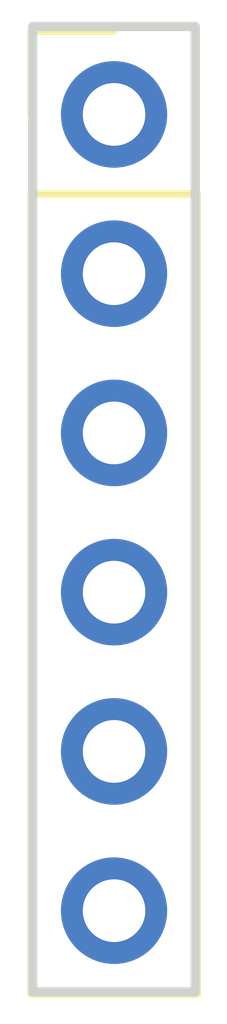
<source format=kicad_pcb>
(kicad_pcb (version 4) (host pcbnew 4.0.7)

  (general
    (links 0)
    (no_connects 0)
    (area 143.753481 101.6986 153.24872 121.1086)
    (thickness 1.6)
    (drawings 4)
    (tracks 0)
    (zones 0)
    (modules 1)
    (nets 1)
  )

  (page A4)
  (layers
    (0 F.Cu signal)
    (31 B.Cu signal)
    (32 B.Adhes user)
    (33 F.Adhes user)
    (34 B.Paste user)
    (35 F.Paste user)
    (36 B.SilkS user)
    (37 F.SilkS user)
    (38 B.Mask user)
    (39 F.Mask user)
    (40 Dwgs.User user)
    (41 Cmts.User user)
    (42 Eco1.User user)
    (43 Eco2.User user)
    (44 Edge.Cuts user)
    (45 Margin user)
    (46 B.CrtYd user)
    (47 F.CrtYd user)
    (48 B.Fab user)
    (49 F.Fab user)
  )

  (setup
    (last_trace_width 0.25)
    (trace_clearance 0.2)
    (zone_clearance 0.508)
    (zone_45_only no)
    (trace_min 0.2)
    (segment_width 0.2)
    (edge_width 0.15)
    (via_size 0.6)
    (via_drill 0.4)
    (via_min_size 0.4)
    (via_min_drill 0.3)
    (uvia_size 0.3)
    (uvia_drill 0.1)
    (uvias_allowed no)
    (uvia_min_size 0.2)
    (uvia_min_drill 0.1)
    (pcb_text_width 0.3)
    (pcb_text_size 1.5 1.5)
    (mod_edge_width 0.15)
    (mod_text_size 1 1)
    (mod_text_width 0.15)
    (pad_size 1.7 1.7)
    (pad_drill 1)
    (pad_to_mask_clearance 0.2)
    (aux_axis_origin 146.6 103.2)
    (grid_origin 146.6 103.2)
    (visible_elements 7FFFFF7F)
    (pcbplotparams
      (layerselection 0x01000_00000000)
      (usegerberextensions true)
      (usegerberattributes true)
      (excludeedgelayer true)
      (linewidth 0.100000)
      (plotframeref false)
      (viasonmask false)
      (mode 1)
      (useauxorigin true)
      (hpglpennumber 1)
      (hpglpenspeed 20)
      (hpglpendiameter 15)
      (hpglpenoverlay 2)
      (psnegative false)
      (psa4output false)
      (plotreference false)
      (plotvalue false)
      (plotinvisibletext false)
      (padsonsilk false)
      (subtractmaskfromsilk false)
      (outputformat 1)
      (mirror false)
      (drillshape 0)
      (scaleselection 1)
      (outputdirectory gerbers/))
  )

  (net 0 "")

  (net_class Default "This is the default net class."
    (clearance 0.2)
    (trace_width 0.25)
    (via_dia 0.6)
    (via_drill 0.4)
    (uvia_dia 0.3)
    (uvia_drill 0.1)
  )

  (module Pin_Headers:Pin_Header_Straight_1x06_Pitch2.54mm (layer F.Cu) (tedit 5A8643D0) (tstamp 5A864302)
    (at 148.5011 105.0036)
    (descr "Through hole straight pin header, 1x06, 2.54mm pitch, single row")
    (tags "Through hole pin header THT 1x06 2.54mm single row")
    (path /5A86415A)
    (fp_text reference J1 (at 0 -2.33) (layer F.SilkS) hide
      (effects (font (size 1 1) (thickness 0.15)))
    )
    (fp_text value Conn_01x06 (at 0 15.03) (layer F.Fab) hide
      (effects (font (size 1 1) (thickness 0.15)))
    )
    (fp_line (start -0.635 -1.27) (end 1.27 -1.27) (layer F.Fab) (width 0.1))
    (fp_line (start 1.27 -1.27) (end 1.27 13.97) (layer F.Fab) (width 0.1))
    (fp_line (start 1.27 13.97) (end -1.27 13.97) (layer F.Fab) (width 0.1))
    (fp_line (start -1.27 13.97) (end -1.27 -0.635) (layer F.Fab) (width 0.1))
    (fp_line (start -1.27 -0.635) (end -0.635 -1.27) (layer F.Fab) (width 0.1))
    (fp_line (start -1.33 14.03) (end 1.33 14.03) (layer F.SilkS) (width 0.12))
    (fp_line (start -1.33 1.27) (end -1.33 14.03) (layer F.SilkS) (width 0.12))
    (fp_line (start 1.33 1.27) (end 1.33 14.03) (layer F.SilkS) (width 0.12))
    (fp_line (start -1.33 1.27) (end 1.33 1.27) (layer F.SilkS) (width 0.12))
    (fp_line (start -1.33 0) (end -1.33 -1.33) (layer F.SilkS) (width 0.12))
    (fp_line (start -1.33 -1.33) (end 0 -1.33) (layer F.SilkS) (width 0.12))
    (fp_line (start -1.8 -1.8) (end -1.8 14.5) (layer F.CrtYd) (width 0.05))
    (fp_line (start -1.8 14.5) (end 1.8 14.5) (layer F.CrtYd) (width 0.05))
    (fp_line (start 1.8 14.5) (end 1.8 -1.8) (layer F.CrtYd) (width 0.05))
    (fp_line (start 1.8 -1.8) (end -1.8 -1.8) (layer F.CrtYd) (width 0.05))
    (fp_text user %R (at 0 6.35 90) (layer F.Fab) hide
      (effects (font (size 1 1) (thickness 0.15)))
    )
    (pad "" np_thru_hole circle (at 0 0) (size 1.7 1.7) (drill 1) (layers *.Cu))
    (pad "" np_thru_hole circle (at 0 2.54) (size 1.7 1.7) (drill 1) (layers *.Cu))
    (pad "" np_thru_hole circle (at 0 5.08) (size 1.7 1.7) (drill 1) (layers *.Cu))
    (pad "" np_thru_hole circle (at 0 7.62) (size 1.7 1.7) (drill 1) (layers *.Cu))
    (pad "" np_thru_hole circle (at 0 10.16) (size 1.7 1.7) (drill 1) (layers *.Cu))
    (pad "" np_thru_hole circle (at 0 12.7) (size 1.7 1.7) (drill 1) (layers *.Cu))
  )

  (gr_line (start 147.2 103.6) (end 147.2 119) (layer Edge.Cuts) (width 0.15))
  (gr_line (start 149.8 103.6) (end 147.2 103.6) (layer Edge.Cuts) (width 0.15))
  (gr_line (start 149.8 119) (end 149.8 103.6) (layer Edge.Cuts) (width 0.15))
  (gr_line (start 147.2 119) (end 149.8 119) (layer Edge.Cuts) (width 0.15))

)

</source>
